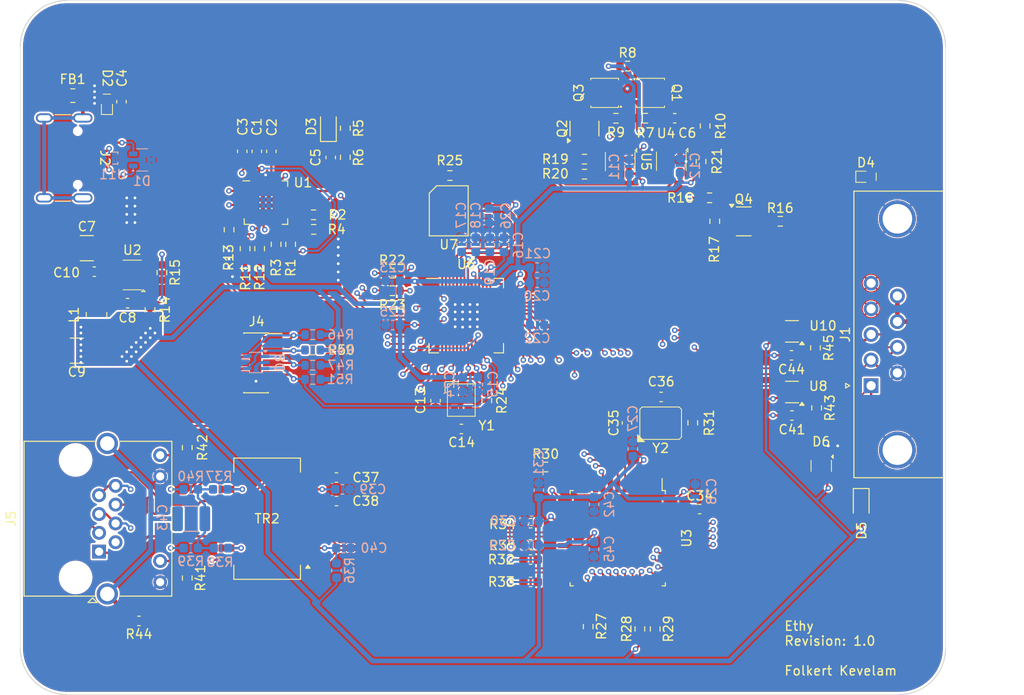
<source format=kicad_pcb>
(kicad_pcb
	(version 20241229)
	(generator "pcbnew")
	(generator_version "9.0")
	(general
		(thickness 1.6)
		(legacy_teardrops no)
	)
	(paper "A4")
	(layers
		(0 "F.Cu" signal)
		(4 "In1.Cu" signal)
		(6 "In2.Cu" signal)
		(2 "B.Cu" signal)
		(9 "F.Adhes" user "F.Adhesive")
		(11 "B.Adhes" user "B.Adhesive")
		(13 "F.Paste" user)
		(15 "B.Paste" user)
		(5 "F.SilkS" user "F.Silkscreen")
		(7 "B.SilkS" user "B.Silkscreen")
		(1 "F.Mask" user)
		(3 "B.Mask" user)
		(17 "Dwgs.User" user "User.Drawings")
		(19 "Cmts.User" user "User.Comments")
		(21 "Eco1.User" user "User.Eco1")
		(23 "Eco2.User" user "User.Eco2")
		(25 "Edge.Cuts" user)
		(27 "Margin" user)
		(31 "F.CrtYd" user "F.Courtyard")
		(29 "B.CrtYd" user "B.Courtyard")
		(35 "F.Fab" user)
		(33 "B.Fab" user)
		(39 "User.1" user)
		(41 "User.2" user)
		(43 "User.3" user)
		(45 "User.4" user)
	)
	(setup
		(stackup
			(layer "F.SilkS"
				(type "Top Silk Screen")
			)
			(layer "F.Paste"
				(type "Top Solder Paste")
			)
			(layer "F.Mask"
				(type "Top Solder Mask")
				(thickness 0.01)
			)
			(layer "F.Cu"
				(type "copper")
				(thickness 0.035)
			)
			(layer "dielectric 1"
				(type "prepreg")
				(thickness 0.1)
				(material "FR4")
				(epsilon_r 4.5)
				(loss_tangent 0.02)
			)
			(layer "In1.Cu"
				(type "copper")
				(thickness 0.035)
			)
			(layer "dielectric 2"
				(type "core")
				(thickness 1.24)
				(material "FR4")
				(epsilon_r 4.5)
				(loss_tangent 0.02)
			)
			(layer "In2.Cu"
				(type "copper")
				(thickness 0.035)
			)
			(layer "dielectric 3"
				(type "prepreg")
				(thickness 0.1)
				(material "FR4")
				(epsilon_r 4.5)
				(loss_tangent 0.02)
			)
			(layer "B.Cu"
				(type "copper")
				(thickness 0.035)
			)
			(layer "B.Mask"
				(type "Bottom Solder Mask")
				(thickness 0.01)
			)
			(layer "B.Paste"
				(type "Bottom Solder Paste")
			)
			(layer "B.SilkS"
				(type "Bottom Silk Screen")
			)
			(copper_finish "None")
			(dielectric_constraints no)
		)
		(pad_to_mask_clearance 0)
		(allow_soldermask_bridges_in_footprints no)
		(tenting front back)
		(pcbplotparams
			(layerselection 0x00000000_00000000_55555555_5755f5ff)
			(plot_on_all_layers_selection 0x00000000_00000000_00000000_00000000)
			(disableapertmacros no)
			(usegerberextensions no)
			(usegerberattributes yes)
			(usegerberadvancedattributes yes)
			(creategerberjobfile yes)
			(dashed_line_dash_ratio 12.000000)
			(dashed_line_gap_ratio 3.000000)
			(svgprecision 4)
			(plotframeref no)
			(mode 1)
			(useauxorigin no)
			(hpglpennumber 1)
			(hpglpenspeed 20)
			(hpglpendiameter 15.000000)
			(pdf_front_fp_property_popups yes)
			(pdf_back_fp_property_popups yes)
			(pdf_metadata yes)
			(pdf_single_document no)
			(dxfpolygonmode yes)
			(dxfimperialunits yes)
			(dxfusepcbnewfont yes)
			(psnegative no)
			(psa4output no)
			(plot_black_and_white yes)
			(sketchpadsonfab no)
			(plotpadnumbers no)
			(hidednponfab no)
			(sketchdnponfab yes)
			(crossoutdnponfab yes)
			(subtractmaskfromsilk no)
			(outputformat 1)
			(mirror no)
			(drillshape 1)
			(scaleselection 1)
			(outputdirectory "")
		)
	)
	(net 0 "")
	(net 1 "/Power/2v7")
	(net 2 "GND")
	(net 3 "Net-(U1-VREG_1V2)")
	(net 4 "Net-(U1-VDD)")
	(net 5 "/Power/Vbus")
	(net 6 "Net-(D3-K)")
	(net 7 "Net-(C6-Pad1)")
	(net 8 "+VDC")
	(net 9 "Net-(U2-CB)")
	(net 10 "Net-(U2-SW)")
	(net 11 "+3V3")
	(net 12 "Net-(U6-Xin)")
	(net 13 "Net-(C14-Pad2)")
	(net 14 "+1V1")
	(net 15 "Net-(U3-Vcap)")
	(net 16 "Net-(U3-OSC1)")
	(net 17 "Net-(C36-Pad1)")
	(net 18 "MAG_IN+")
	(net 19 "TPIN+")
	(net 20 "MAG_IN-")
	(net 21 "TPIN-")
	(net 22 "MAG_IN_Center")
	(net 23 "MAG_OUT_Center")
	(net 24 "Net-(C43-Pad2)")
	(net 25 "GNDPWR")
	(net 26 "/Power/CC2")
	(net 27 "/Power/CC1")
	(net 28 "Net-(D5-K)")
	(net 29 "DATA_LED")
	(net 30 "sense_2_proc")
	(net 31 "sense_1_proc")
	(net 32 "CLK_LED")
	(net 33 "/P3")
	(net 34 "/P4")
	(net 35 "/P2")
	(net 36 "/P1")
	(net 37 "Net-(J2-SHIELD)")
	(net 38 "Net-(U11-D+)")
	(net 39 "Net-(U11-D-)")
	(net 40 "RX+")
	(net 41 "TX-")
	(net 42 "Net-(J5-Pad10)")
	(net 43 "Net-(J5-Pad7)")
	(net 44 "Net-(J5-Pad4)")
	(net 45 "RX-")
	(net 46 "Net-(J5-Pad12)")
	(net 47 "TX+")
	(net 48 "Net-(Q1-Pad4)")
	(net 49 "Net-(Q2-G)")
	(net 50 "Net-(Q2-D)")
	(net 51 "Net-(Q4-D)")
	(net 52 "Net-(Q4-G)")
	(net 53 "Net-(U1-ADDR0)")
	(net 54 "Net-(U1-ADDR1)")
	(net 55 "Net-(U1-VBUS_VS_DISCH)")
	(net 56 "/Power/DISCH")
	(net 57 "SCL")
	(net 58 "SDA")
	(net 59 "RESET")
	(net 60 "Net-(U2-FB)")
	(net 61 "Discharge")
	(net 62 "Net-(R20-Pad2)")
	(net 63 "Net-(U1-VBUS_EN_SNK)")
	(net 64 "D-")
	(net 65 "D+")
	(net 66 "Net-(U6-Xout)")
	(net 67 "Net-(U6-QSPI_SS_N)")
	(net 68 "~{INT}")
	(net 69 "Net-(U3-PSPCFG0)")
	(net 70 "Net-(U3-Rbias)")
	(net 71 "Net-(U3-OSC2)")
	(net 72 "MAG_OUT+")
	(net 73 "MAG_OUT-")
	(net 74 "Net-(TR2-C_RX)")
	(net 75 "Net-(TR2-C_TX)")
	(net 76 "LED_B")
	(net 77 "LED_A")
	(net 78 "Net-(U6-SWCLK)")
	(net 79 "unconnected-(U1-POWER_OK3-Pad14)")
	(net 80 "unconnected-(U1-A_B_SIDE-Pad17)")
	(net 81 "unconnected-(U1-POWER_OK2-Pad20)")
	(net 82 "ALERT")
	(net 83 "unconnected-(U1-NC-Pad3)")
	(net 84 "unconnected-(U1-Attach-Pad11)")
	(net 85 "unconnected-(U1-GPIO-Pad15)")
	(net 86 "Net-(U3-AD3)")
	(net 87 "Net-(U3-AD12)")
	(net 88 "Net-(U3-AD14)")
	(net 89 "Net-(U3-AD10)")
	(net 90 "Net-(U3-AD5)")
	(net 91 "Net-(U3-AD9)")
	(net 92 "Net-(U3-AD4)")
	(net 93 "unconnected-(U3-CLKOUT-Pad23)")
	(net 94 "Net-(U3-AD2)")
	(net 95 "Net-(U3-AD11)")
	(net 96 "Net-(U3-AD8)")
	(net 97 "Net-(U3-AD13)")
	(net 98 "Net-(U3-AD1)")
	(net 99 "Net-(U3-AD0)")
	(net 100 "Net-(U3-AD6)")
	(net 101 "Net-(U3-AD7)")
	(net 102 "Net-(U4-Pad4)")
	(net 103 "Enable")
	(net 104 "Net-(U6-QSPI_SD2)")
	(net 105 "Net-(U6-QSPI_SD1)")
	(net 106 "MEAS_1")
	(net 107 "MEAS_2")
	(net 108 "Net-(U6-QSPI_SD3)")
	(net 109 "Net-(U6-QSPI_SCLK)")
	(net 110 "Net-(U6-QSPI_SD0)")
	(net 111 "Net-(U3-SI{slash}RD{slash}R~{W})")
	(net 112 "Net-(U3-~{CS}{slash}CS)")
	(net 113 "Net-(U3-SO{slash}WR{slash}EN)")
	(net 114 "Net-(U3-SCK{slash}AL)")
	(footprint "Resistor_SMD:R_0603_1608Metric" (layer "F.Cu") (at 114.5662 87.7702 -90))
	(footprint "Capacitor_SMD:C_0603_1608Metric" (layer "F.Cu") (at 161.2632 105.8422 180))
	(footprint "Resistor_SMD:R_0603_1608Metric" (layer "F.Cu") (at 116.2934 89.8144 90))
	(footprint "Capacitor_SMD:C_1210_3225Metric" (layer "F.Cu") (at 98.1072 100.8384 180))
	(footprint "Capacitor_SMD:C_0603_1608Metric" (layer "F.Cu") (at 147.1538 123.4186 180))
	(footprint "Pyllr_Package_DFN_QFN:QFN-56_1EP_7.75x7.75mm_P0.4mm_3.2x3.2mm" (layer "F.Cu") (at 140.2 97.0549))
	(footprint "Resistor_SMD:R_0603_1608Metric" (layer "F.Cu") (at 127.127 79.946 -90))
	(footprint "Capacitor_SMD:C_0603_1608Metric" (layer "F.Cu") (at 139.6728 109.3035))
	(footprint "Capacitor_SMD:C_0603_1608Metric" (layer "F.Cu") (at 136.8788 106.2425 90))
	(footprint "Capacitor_SMD:C_0603_1608Metric" (layer "F.Cu") (at 126.173 114.5544 180))
	(footprint "Resistor_SMD:R_0603_1608Metric" (layer "F.Cu") (at 167.0551 86.8616 -90))
	(footprint "Pyllr_Package_Crystal:CFPX-180" (layer "F.Cu") (at 161.2072 108.6752))
	(footprint "Resistor_SMD:R_0603_1608Metric" (layer "F.Cu") (at 156.3776 75.722))
	(footprint "Resistor_SMD:R_0603_1608Metric" (layer "F.Cu") (at 157.6354 70.0832))
	(footprint "Connector_Dsub:DSUB-9_Pins_Horizontal_P2.77x2.84mm_EdgePinOffset4.94mm_Housed_MountingHolesOffset4.94mm" (layer "F.Cu") (at 183.9528 104.624388 90))
	(footprint "Pyllr_Package_SO:SOIC-8_5.28x5.28mm_P1.27mm" (layer "F.Cu") (at 138.303 85.725))
	(footprint "Capacitor_SMD:C_0603_1608Metric" (layer "F.Cu") (at 117.5634 79.2988 90))
	(footprint "Package_TO_SOT_SMD:SOT-353_SC-70-5" (layer "F.Cu") (at 175.3994 105.3084 180))
	(footprint "Resistor_SMD:R_0603_1608Metric" (layer "F.Cu") (at 106.0196 96.4306 90))
	(footprint "Capacitor_SMD:C_0603_1608Metric" (layer "F.Cu") (at 147.1538 125.8316))
	(footprint "Capacitor_SMD:C_0603_1608Metric" (layer "F.Cu") (at 147.1408 119.4816 180))
	(footprint "Capacitor_SMD:C_0603_1608Metric" (layer "F.Cu") (at 175.3994 107.8484))
	(footprint "Capacitor_SMD:C_0603_1608Metric" (layer "F.Cu") (at 157.5672 108.6492 90))
	(footprint "Package_TO_SOT_SMD:SOT-353_SC-70-5" (layer "F.Cu") (at 175.3994 98.7552 180))
	(footprint "Resistor_SMD:R_0603_1608Metric" (layer "F.Cu") (at 166.4963 84.3216 180))
	(footprint "Resistor_SMD:R_0603_1608Metric" (layer "F.Cu") (at 117.8682 89.8144 90))
	(footprint "Capacitor_SMD:C_0603_1608Metric" (layer "F.Cu") (at 115.9886 79.2988 90))
	(footprint "Resistor_SMD:R_0603_1608Metric" (layer "F.Cu") (at 165.5724 80.3956 90))
	(footprint "Diode_SMD:D_SOD-323" (layer "F.Cu") (at 125.2982 76.6222 90))
	(footprint "Capacitor_SMD:C_0603_1608Metric" (layer "F.Cu") (at 125.5522 79.9582 -90))
	(footprint "Capacitor_SMD:C_0603_1608Metric" (layer "F.Cu") (at 162.7284 75.722))
	(footprint "Capacitor_SMD:C_0603_1608Metric" (layer "F.Cu") (at 103.5954 95.7076 180))
	(footprint "Resistor_SMD:R_0603_1608Metric" (layer "F.Cu") (at 158.9648 130.9116 90))
	(footprint "Pyllr_Package_TO_SOT_SMD:SOT23-5_2.6W" (layer "F.Cu") (at 156.8348 80.3956 -90))
	(footprint "Package_TO_SOT_SMD:SOT-23-3" (layer "F.Cu") (at 170.1855 86.868))
	(footprint "Resistor_SMD:R_0805_2012Metric" (layer "F.Cu") (at 97.6865 73.279 180))
	(footprint "Resistor_SMD:R_0603_1608Metric" (layer "F.Cu") (at 160.6158 130.9116 -90))
	(footprint "Pyllr_Package_SON:PowerDI3333-8-UX" (layer "F.Cu") (at 155.1584 72.9788 90))
	(footprint "Resistor_SMD:R_0603_1608Metric" (layer "F.Cu") (at 148.781 113.411 180))
	(footprint "Resistor_SMD:R_0603_1608Metric"
		(layer "F.Cu")
		(uuid "672e0f4f-726f-4e8a-8f4c-132e80e464ba")
		(at 132.207 92.456)
		(descr "Resistor SMD 0603 (1608 Metric), square (rectangular) end terminal, IPC-7351 nominal, (Body size source: IPC-SM-782 page 72, https://www.pcb-3d.com/wordpress/wp-content/uploads/ipc-sm-782a_amendment_1_and_2.pdf), generated with kicad-footprint-generator")
		(tags "resistor")
		(property "Reference" "R22"
			(at 0 -1.397 0)
			(layer "F.SilkS")
			(uuid "e00ccd60-e646-401d-bfb2-28230593d61f")
			(effects
				(font
					(size 1 1)
					(thickness 0.15)
				)
			)
		)
		(property "Value" "27R4"
			(at 0 1.43 0)
			(layer "F.Fab")
			(uuid "17d882f9-6d54-4c82-be24-b56f4bb33475")
			(effects
				(font
					(size 1 1)
					(thickness 0.15)
				)
			)
		)
		(property "Datasheet" ""
			(at 0 0 0)
			(layer "F.Fab")
			(hide y
... [2056825 chars truncated]
</source>
